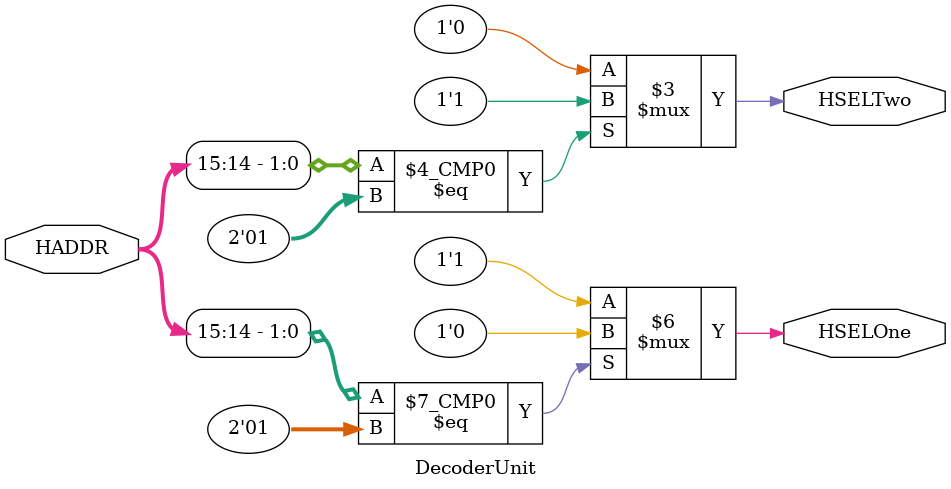
<source format=v>
module DecoderUnit #(parameter AddresseWidth = 32) (

	input wire [AddresseWidth - 1 : 0] HADDR,
	
	output reg HSELOne,
	output reg HSELTwo

);

always @(*)
begin
	case (HADDR [15:14])
	
	2'd0 :
		begin
			HSELOne = 1'd1;
			HSELTwo = 1'd0;
		end
	
	2'd1 :
		begin
			HSELOne = 1'd0;
			HSELTwo = 1'd1;
		end
	
	default :
		begin
			HSELOne = 1'd1;
			HSELTwo = 1'd0;
		end
	endcase 
end
endmodule
</source>
